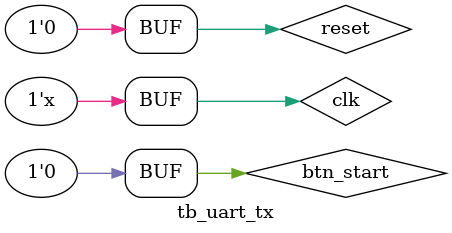
<source format=v>
`timescale 1ns / 1ps

module tb_uart_tx();
    reg clk, reset, btn_start;
    wire tx;

    send_tx_btn dut(
    .clk(clk),
    .reset(reset),
    .btn_start(btn_start),
    .tx(tx)
    );

    always #5 clk = ~clk;

    initial begin
        clk = 0;
        reset = 1;
        btn_start = 1'b0;

        #20;
        reset = 0;
        #20000000; 
        btn_start = 1'b1;
        #20000000; 
        btn_start = 1'b0;
        #20000000; 
        btn_start = 1'b1;
        #20000000; 
        btn_start = 1'b0;
    end
endmodule


</source>
